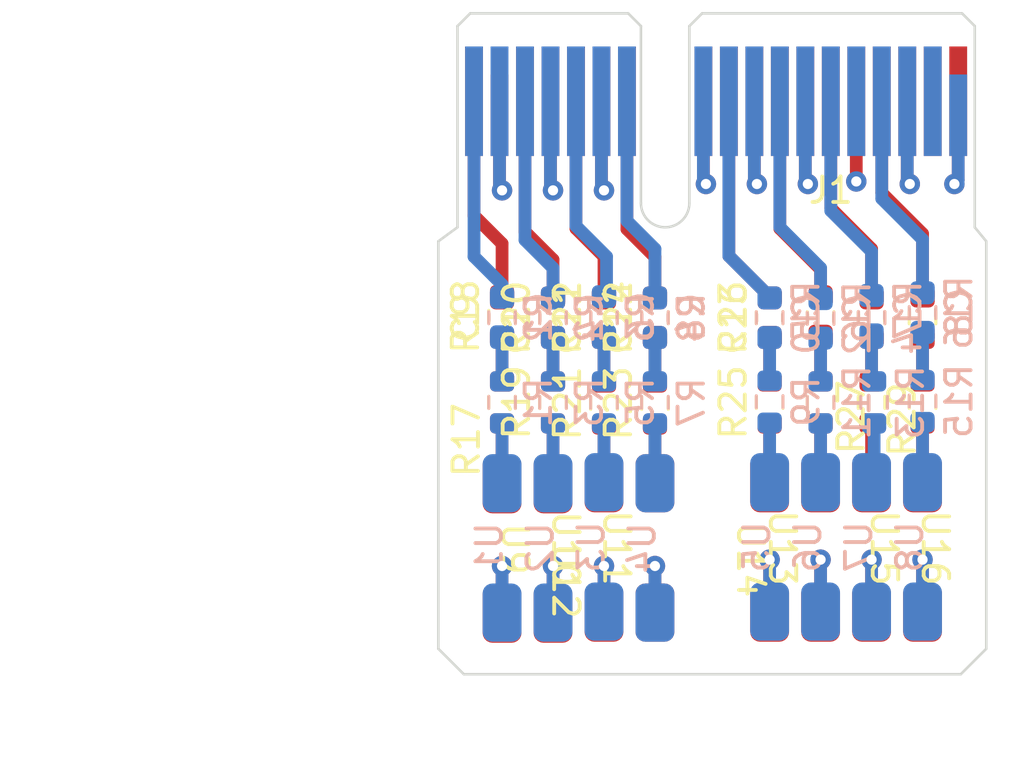
<source format=kicad_pcb>
(kicad_pcb (version 20220914) (generator pcbnew)
  (layers (0 "F.Cu" signal) (1 "In1.Cu" signal) (2 "In2.Cu" signal) (31 "B.Cu" signal) (34 "B.Paste" user) (35 "F.Paste" user) (36 "B.SilkS" user "B.Silkscreen") (37 "F.SilkS" user "F.Silkscreen") (38 "B.Mask" user) (39 "F.Mask" user) (44 "Edge.Cuts" user))
  (net 0 "")
  (net 1 "Net-(R2-Pad1)")
  (net 2 "/input0/OUT")
  (net 3 "Net-(C2-Pad1)")
  (net 4 "/input1/OUT")
  (net 5 "Net-(C3-Pad1)")
  (net 6 "/input2/OUT")
  (net 7 "Net-(C4-Pad1)")
  (net 8 "/input3/OUT")
  (net 9 "Net-(C5-Pad1)")
  (net 10 "/input4/OUT")
  (net 11 "Net-(C6-Pad1)")
  (net 12 "/input5/OUT")
  (net 13 "Net-(C7-Pad1)")
  (net 14 "/input6/OUT")
  (net 15 "Net-(C8-Pad1)")
  (net 16 "/input7/OUT")
  (net 17 "Net-(C9-Pad1)")
  (net 18 "/input8/OUT")
  (net 19 "Net-(C10-Pad1)")
  (net 20 "/input9/OUT")
  (net 21 "Net-(C11-Pad1)")
  (net 22 "/input10/OUT")
  (net 23 "Net-(C12-Pad1)")
  (net 24 "/input11/OUT")
  (net 25 "Net-(C13-Pad1)")
  (net 26 "/input12/OUT")
  (net 27 "Net-(C14-Pad1)")
  (net 28 "/input13/OUT")
  (net 29 "Net-(C15-Pad1)")
  (net 30 "/input14/OUT")
  (net 31 "Net-(C16-Pad1)")
  (net 32 "/input15/OUT")
  (net 33 "GND")
  (net 36 "Net-(R1-Pad1)")
  (net 37 "Net-(U2-center)")
  (net 38 "Net-(U3-center)")
  (net 39 "Net-(U4-center)")
  (net 40 "Net-(U5-center)")
  (net 41 "Net-(U6-center)")
  (net 42 "Net-(U7-center)")
  (net 43 "Net-(U8-center)")
  (net 44 "Net-(U9-center)")
  (net 45 "Net-(U10-center)")
  (net 46 "Net-(U11-center)")
  (net 47 "Net-(U12-center)")
  (net 48 "Net-(U13-center)")
  (net 49 "Net-(U14-center)")
  (net 50 "Net-(U15-center)")
  (net 51 "Net-(U16-center)")
  (footprint "Resistor_SMD:R_0603_1608Metric" (layer "F.Cu") (at 117 75.5 90)
    (fp_text reference "R30" hide)
    (fp_text value "91k")
    (pad "1" smd roundrect (at -0.825 0 90) (size 0.8 0.95) (layers "F.Cu" "F.Paste" "F.Mask") (net 29 "Net-(C15-Pad1)"))
    (pad "2" smd roundrect (at 0.825 0 90) (size 0.8 0.95) (layers "F.Cu" "F.Paste" "F.Mask") (net 30 "/input14/OUT"))
  )
  (footprint "Resistor_SMD:R_0603_1608Metric" (layer "F.Cu") (at 119 78.825 90)
    (fp_text reference "R31" hide)
    (fp_text value "120")
    (pad "1" smd roundrect (at -0.825 0 90) (size 0.8 0.95) (layers "F.Cu" "F.Paste" "F.Mask") (net 51 "Net-(U16-center)"))
    (pad "2" smd roundrect (at 0.825 0 90) (size 0.8 0.95) (layers "F.Cu" "F.Paste" "F.Mask") (net 31 "Net-(C16-Pad1)"))
  )
  (footprint "Resistor_SMD:R_0603_1608Metric" (layer "F.Cu") (at 106.5 78.865 90)
    (fp_text reference "R21" (at 0 -1.43 90) (layer "F.SilkS"))
    (fp_text value "120")
    (pad "1" smd roundrect (at -0.825 0 90) (size 0.8 0.95) (layers "F.Cu" "F.Paste" "F.Mask") (net 46 "Net-(U11-center)"))
    (pad "2" smd roundrect (at 0.825 0 90) (size 0.8 0.95) (layers "F.Cu" "F.Paste" "F.Mask") (net 21 "Net-(C11-Pad1)"))
  )
  (footprint "Resistor_SMD:R_0603_1608Metric" (layer "F.Cu") (at 104.5 75.5 90)
    (fp_text reference "R20" (at 0 -1.43 90) (layer "F.SilkS"))
    (fp_text value "91k")
    (pad "1" smd roundrect (at -0.825 0 90) (size 0.8 0.95) (layers "F.Cu" "F.Paste" "F.Mask") (net 19 "Net-(C10-Pad1)"))
    (pad "2" smd roundrect (at 0.825 0 90) (size 0.8 0.95) (layers "F.Cu" "F.Paste" "F.Mask") (net 20 "/input9/OUT"))
  )
  (footprint "Capacitor_SMD:C_0603_1608Metric" (layer "F.Cu") (at 117 75.5 90)
    (fp_text reference "C15" hide)
    (fp_text value "8p2")
    (pad "1" smd roundrect (at -0.775 0 90) (size 0.9 0.95) (layers "F.Cu" "F.Paste" "F.Mask") (net 29 "Net-(C15-Pad1)"))
    (pad "2" smd roundrect (at 0.775 0 90) (size 0.9 0.95) (layers "F.Cu" "F.Paste" "F.Mask") (net 30 "/input14/OUT"))
  )
  (footprint "Resistor_SMD:R_0603_1608Metric" (layer "F.Cu") (at 104.5 78.825 90)
    (fp_text reference "R19" (at 0 -1.43 90) (layer "F.SilkS"))
    (fp_text value "120")
    (pad "1" smd roundrect (at -0.825 0 90) (size 0.8 0.95) (layers "F.Cu" "F.Paste" "F.Mask") (net 45 "Net-(U10-center)"))
    (pad "2" smd roundrect (at 0.825 0 90) (size 0.8 0.95) (layers "F.Cu" "F.Paste" "F.Mask") (net 19 "Net-(C10-Pad1)"))
  )
  (footprint "Resistor_SMD:R_0603_1608Metric" (layer "F.Cu") (at 102.5 78.825 90)
    (fp_text reference "R17" (at -1.475 -1.4 90) (layer "F.SilkS"))
    (fp_text value "120")
    (pad "1" smd roundrect (at -0.825 0 90) (size 0.8 0.95) (layers "F.Cu" "F.Paste" "F.Mask") (net 44 "Net-(U9-center)"))
    (pad "2" smd roundrect (at 0.825 0 90) (size 0.8 0.95) (layers "F.Cu" "F.Paste" "F.Mask") (net 17 "Net-(C9-Pad1)"))
  )
  (footprint "Resistor_SMD:R_0603_1608Metric" (layer "F.Cu") (at 108.5 78.865 90)
    (fp_text reference "R23" (at 0 -1.43 90) (layer "F.SilkS"))
    (fp_text value "120")
    (pad "1" smd roundrect (at -0.825 0 90) (size 0.8 0.95) (layers "F.Cu" "F.Paste" "F.Mask") (net 47 "Net-(U12-center)"))
    (pad "2" smd roundrect (at 0.825 0 90) (size 0.8 0.95) (layers "F.Cu" "F.Paste" "F.Mask") (net 23 "Net-(C12-Pad1)"))
  )
  (footprint "Resistor_SMD:R_0603_1608Metric" (layer "F.Cu") (at 108.5 75.5 90)
    (fp_text reference "R24" (at 0 -1.43 90) (layer "F.SilkS"))
    (fp_text value "91k")
    (pad "1" smd roundrect (at -0.825 0 90) (size 0.8 0.95) (layers "F.Cu" "F.Paste" "F.Mask") (net 23 "Net-(C12-Pad1)"))
    (pad "2" smd roundrect (at 0.825 0 90) (size 0.8 0.95) (layers "F.Cu" "F.Paste" "F.Mask") (net 24 "/input11/OUT"))
  )
  (footprint "Resistor_SMD:R_0603_1608Metric" (layer "F.Cu") (at 119 75.5 90)
    (fp_text reference "R32" hide)
    (fp_text value "91k")
    (pad "1" smd roundrect (at -0.825 0 90) (size 0.8 0.95) (layers "F.Cu" "F.Paste" "F.Mask") (net 31 "Net-(C16-Pad1)"))
    (pad "2" smd roundrect (at 0.825 0 90) (size 0.8 0.95) (layers "F.Cu" "F.Paste" "F.Mask") (net 32 "/input15/OUT"))
  )
  (footprint "Resistor_SMD:R_0603_1608Metric" (layer "F.Cu") (at 117 78.825 90)
    (fp_text reference "R29" (at -0.675 1.2 90) (layer "F.SilkS"))
    (fp_text value "120")
    (pad "1" smd roundrect (at -0.825 0 90) (size 0.8 0.95) (layers "F.Cu" "F.Paste" "F.Mask") (net 50 "Net-(U15-center)"))
    (pad "2" smd roundrect (at 0.825 0 90) (size 0.8 0.95) (layers "F.Cu" "F.Paste" "F.Mask") (net 29 "Net-(C15-Pad1)"))
  )
  (footprint "solder_coax:solder_coax" (layer "F.Cu") (at 117 84.54 -90)
    (fp_text reference "U15" (at 0 -0.5 -90 unlocked) (layer "F.SilkS"))
    (fp_text value "~")
    (pad "1" smd roundrect (at -2.54 0 270) (size 2.286 1.524) (layers "F.Cu" "F.Paste" "F.Mask") (net 50 "Net-(U15-center)"))
    (pad "2" smd roundrect (at 2.54 0 270) (size 2.286 1.524) (layers "F.Cu" "F.Paste" "F.Mask") (net 33 "GND"))
  )
  (footprint "Capacitor_SMD:C_0603_1608Metric" (layer "F.Cu") (at 102.5 75.5 90)
    (fp_text reference "C9" (at 0 -1.43 90) (layer "F.SilkS"))
    (fp_text value "8p2")
    (pad "1" smd roundrect (at -0.775 0 90) (size 0.9 0.95) (layers "F.Cu" "F.Paste" "F.Mask") (net 17 "Net-(C9-Pad1)"))
    (pad "2" smd roundrect (at 0.775 0 90) (size 0.9 0.95) (layers "F.Cu" "F.Paste" "F.Mask") (net 18 "/input8/OUT"))
  )
  (footprint "Capacitor_SMD:C_0603_1608Metric" (layer "F.Cu") (at 104.5 75.5 90)
    (fp_text reference "C10" (at 0 -1.43 90) (layer "F.SilkS"))
    (fp_text value "8p2")
    (pad "1" smd roundrect (at -0.775 0 90) (size 0.9 0.95) (layers "F.Cu" "F.Paste" "F.Mask") (net 19 "Net-(C10-Pad1)"))
    (pad "2" smd roundrect (at 0.775 0 90) (size 0.9 0.95) (layers "F.Cu" "F.Paste" "F.Mask") (net 20 "/input9/OUT"))
  )
  (footprint "Resistor_SMD:R_0603_1608Metric" (layer "F.Cu") (at 113 78.825 90)
    (fp_text reference "R25" (at 0 -1.43 90) (layer "F.SilkS"))
    (fp_text value "120")
    (pad "1" smd roundrect (at -0.825 0 90) (size 0.8 0.95) (layers "F.Cu" "F.Paste" "F.Mask") (net 48 "Net-(U13-center)"))
    (pad "2" smd roundrect (at 0.825 0 90) (size 0.8 0.95) (layers "F.Cu" "F.Paste" "F.Mask") (net 25 "Net-(C13-Pad1)"))
  )
  (footprint "Capacitor_SMD:C_0603_1608Metric" (layer "F.Cu") (at 115 75.45 90)
    (fp_text reference "C14" hide)
    (fp_text value "8p2")
    (pad "1" smd roundrect (at -0.775 0 90) (size 0.9 0.95) (layers "F.Cu" "F.Paste" "F.Mask") (net 27 "Net-(C14-Pad1)"))
    (pad "2" smd roundrect (at 0.775 0 90) (size 0.9 0.95) (layers "F.Cu" "F.Paste" "F.Mask") (net 28 "/input13/OUT"))
  )
  (footprint "Resistor_SMD:R_0603_1608Metric" (layer "F.Cu") (at 113 75.5 90)
    (fp_text reference "R26" (at 0 -1.43 90) (layer "F.SilkS"))
    (fp_text value "91k")
    (pad "1" smd roundrect (at -0.825 0 90) (size 0.8 0.95) (layers "F.Cu" "F.Paste" "F.Mask") (net 25 "Net-(C13-Pad1)"))
    (pad "2" smd roundrect (at 0.825 0 90) (size 0.8 0.95) (layers "F.Cu" "F.Paste" "F.Mask") (net 26 "/input12/OUT"))
  )
  (footprint "solder_coax:solder_coax" (layer "F.Cu") (at 119 84.54 -90)
    (fp_text reference "U16" (at 0 -0.5 -90 unlocked) (layer "F.SilkS"))
    (fp_text value "~")
    (pad "1" smd roundrect (at -2.54 0 270) (size 2.286 1.524) (layers "F.Cu" "F.Paste" "F.Mask") (net 51 "Net-(U16-center)"))
    (pad "2" smd roundrect (at 2.54 0 270) (size 2.286 1.524) (layers "F.Cu" "F.Paste" "F.Mask") (net 33 "GND"))
  )
  (footprint "solder_coax:solder_coax" (layer "F.Cu") (at 113 84.54 -90)
    (fp_text reference "U13" (at 0 -0.5 -90 unlocked) (layer "F.SilkS"))
    (fp_text value "~")
    (pad "1" smd roundrect (at -2.54 0 270) (size 2.286 1.524) (layers "F.Cu" "F.Paste" "F.Mask") (net 48 "Net-(U13-center)"))
    (pad "2" smd roundrect (at 2.54 0 270) (size 2.286 1.524) (layers "F.Cu" "F.Paste" "F.Mask") (net 33 "GND"))
  )
  (footprint "solder_coax:solder_coax" (layer "F.Cu") (at 106.5 84.54 -90)
    (fp_text reference "U11" (at 0 -0.5 -90 unlocked) (layer "F.SilkS"))
    (fp_text value "~")
    (pad "1" smd roundrect (at -2.54 0 270) (size 2.286 1.524) (layers "F.Cu" "F.Paste" "F.Mask") (net 46 "Net-(U11-center)"))
    (pad "2" smd roundrect (at 2.54 0 270) (size 2.286 1.524) (layers "F.Cu" "F.Paste" "F.Mask") (net 33 "GND"))
  )
  (footprint "Capacitor_SMD:C_0603_1608Metric" (layer "F.Cu") (at 106.5 75.5 90)
    (fp_text reference "C11" (at 0 -1.43 90) (layer "F.SilkS"))
    (fp_text value "8p2")
    (pad "1" smd roundrect (at -0.775 0 90) (size 0.9 0.95) (layers "F.Cu" "F.Paste" "F.Mask") (net 21 "Net-(C11-Pad1)"))
    (pad "2" smd roundrect (at 0.775 0 90) (size 0.9 0.95) (layers "F.Cu" "F.Paste" "F.Mask") (net 22 "/input10/OUT"))
  )
  (footprint "solder_coax:solder_coax" (layer "F.Cu") (at 102.5 84.58 -90)
    (fp_text reference "U9" (at 0 -0.5 -90 unlocked) (layer "F.SilkS"))
    (fp_text value "~")
    (pad "1" smd roundrect (at -2.54 0 270) (size 2.286 1.524) (layers "F.Cu" "F.Paste" "F.Mask") (net 44 "Net-(U9-center)"))
    (pad "2" smd roundrect (at 2.54 0 270) (size 2.286 1.524) (layers "F.Cu" "F.Paste" "F.Mask") (net 33 "GND"))
  )
  (footprint "Capacitor_SMD:C_0603_1608Metric" (layer "F.Cu") (at 108.5 75.5 90)
    (fp_text reference "C12" (at 0 -1.43 90) (layer "F.SilkS"))
    (fp_text value "8p2")
    (pad "1" smd roundrect (at -0.775 0 90) (size 0.9 0.95) (layers "F.Cu" "F.Paste" "F.Mask") (net 23 "Net-(C12-Pad1)"))
    (pad "2" smd roundrect (at 0.775 0 90) (size 0.9 0.95) (layers "F.Cu" "F.Paste" "F.Mask") (net 24 "/input11/OUT"))
  )
  (footprint "Resistor_SMD:R_0603_1608Metric" (layer "F.Cu") (at 115 78.825 90)
    (fp_text reference "R27" (at -0.575 1.2 90) (layer "F.SilkS"))
    (fp_text value "120")
    (pad "1" smd roundrect (at -0.825 0 90) (size 0.8 0.95) (layers "F.Cu" "F.Paste" "F.Mask") (net 49 "Net-(U14-center)"))
    (pad "2" smd roundrect (at 0.825 0 90) (size 0.8 0.95) (layers "F.Cu" "F.Paste" "F.Mask") (net 27 "Net-(C14-Pad1)"))
  )
  (footprint "Resistor_SMD:R_0603_1608Metric" (layer "F.Cu") (at 106.5 75.5 90)
    (fp_text reference "R22" (at 0 -1.43 90) (layer "F.SilkS"))
    (fp_text value "91k")
    (pad "1" smd roundrect (at -0.825 0 90) (size 0.8 0.95) (layers "F.Cu" "F.Paste" "F.Mask") (net 21 "Net-(C11-Pad1)"))
    (pad "2" smd roundrect (at 0.825 0 90) (size 0.8 0.95) (layers "F.Cu" "F.Paste" "F.Mask") (net 22 "/input10/OUT"))
  )
  (footprint "solder_coax:solder_coax" (layer "F.Cu") (at 104.5 84.58 -90)
    (fp_text reference "U10" (at 0 -0.5 -90 unlocked) (layer "F.SilkS"))
    (fp_text value "~")
    (pad "1" smd roundrect (at -2.54 0 270) (size 2.286 1.524) (layers "F.Cu" "F.Paste" "F.Mask") (net 45 "Net-(U10-center)"))
    (pad "2" smd roundrect (at 2.54 0 270) (size 2.286 1.524) (layers "F.Cu" "F.Paste" "F.Mask") (net 33 "GND"))
  )
  (footprint "Resistor_SMD:R_0603_1608Metric" (layer "F.Cu") (at 115 75.5 90)
    (fp_text reference "R28" hide)
    (fp_text value "91k")
    (pad "1" smd roundrect (at -0.825 0 90) (size 0.8 0.95) (layers "F.Cu" "F.Paste" "F.Mask") (net 27 "Net-(C14-Pad1)"))
    (pad "2" smd roundrect (at 0.825 0 90) (size 0.8 0.95) (layers "F.Cu" "F.Paste" "F.Mask") (net 28 "/input13/OUT"))
  )
  (footprint "Capacitor_SMD:C_0603_1608Metric" (layer "F.Cu") (at 119 75.425 90)
    (fp_text reference "C16" hide)
    (fp_text value "8p2")
    (pad "1" smd roundrect (at -0.775 0 90) (size 0.9 0.95) (layers "F.Cu" "F.Paste" "F.Mask") (net 31 "Net-(C16-Pad1)"))
    (pad "2" smd roundrect (at 0.775 0 90) (size 0.9 0.95) (layers "F.Cu" "F.Paste" "F.Mask") (net 32 "/input15/OUT"))
  )
  (footprint "Connector_PCBEdge:BUS_PCIexpress_x1" (layer "F.Cu") (at 120.4 67 180)
    (fp_text reference "J1" (at 5 -3.5) (layer "F.SilkS"))
    (fp_text value "Bus_PCI_Express_x1")
    (fp_line (start -0.65 -4.95) (end -0.65 2.95) (stroke (width 0.1)) (layer "Edge.Cuts"))
    (fp_line (start -0.65 2.95) (end -0.15 3.45) (stroke (width 0.1)) (layer "Edge.Cuts"))
    (fp_line (start -0.15 3.45) (end 10.05 3.45) (stroke (width 0.1)) (layer "Edge.Cuts"))
    (fp_line (start 10.55 -4) (end 10.55 2.95) (stroke (width 0.1)) (layer "Edge.Cuts"))
    (fp_line (start 10.55 2.95) (end 10.05 3.45) (stroke (width 0.1)) (layer "Edge.Cuts"))
    (fp_line (start 12.45 -4) (end 12.45 2.95) (stroke (width 0.1)) (layer "Edge.Cuts"))
    (fp_line (start 12.45 2.95) (end 12.95 3.45) (stroke (width 0.1)) (layer "Edge.Cuts"))
    (fp_line (start 12.95 3.45) (end 19.15 3.45) (stroke (width 0.1)) (layer "Edge.Cuts"))
    (fp_line (start 19.65 -4.95) (end 19.65 2.95) (stroke (width 0.1)) (layer "Edge.Cuts"))
    (fp_line (start 19.65 2.95) (end 19.15 3.45) (stroke (width 0.1)) (layer "Edge.Cuts"))
    (fp_arc (start 10.55 -4) (mid 11.5 -4.95) (end 12.45 -4) (stroke (width 0.1)) (layer "Edge.Cuts"))
    (pad "A1" connect rect (at 0 -0.55 180) (size 0.7 3.2) (layers "B.Cu" "B.Mask") (net 33 "GND"))
    (pad "A2" connect rect (at 1 0 180) (size 0.7 4.3) (layers "B.Cu" "B.Mask"))
    (pad "A3" connect rect (at 2 0 180) (size 0.7 4.3) (layers "B.Cu" "B.Mask") (net 33 "GND"))
    (pad "A4" connect rect (at 3 0 180) (size 0.7 4.3) (layers "B.Cu" "B.Mask") (net 16 "/input7/OUT"))
    (pad "A5" connect rect (at 4 0 180) (size 0.7 4.3) (layers "B.Cu" "B.Mask") (net 33 "GND"))
    (pad "A6" connect rect (at 5 0 180) (size 0.7 4.3) (layers "B.Cu" "B.Mask") (net 14 "/input6/OUT"))
    (pad "A7" connect rect (at 6 0 180) (size 0.7 4.3) (layers "B.Cu" "B.Mask") (net 33 "GND"))
    (pad "A8" connect rect (at 7 0 180) (size 0.7 4.3) (layers "B.Cu" "B.Mask") (net 12 "/input5/OUT"))
    (pad "A9" connect rect (at 8 0 180) (size 0.7 4.3) (layers "B.Cu" "B.Mask") (net 33 "GND"))
    (pad "A10" connect rect (at 9 0 180) (size 0.7 4.3) (layers "B.Cu" "B.Mask") (net 10 "/input4/OUT"))
    (pad "A11" connect rect (at 10 0 180) (size 0.7 4.3) (layers "B.Cu" "B.Mask") (net 33 "GND"))
    (pad "A12" connect rect (at 13 0 180) (size 0.7 4.3) (layers "B.Cu" "B.Mask") (net 8 "/input3/OUT"))
    (pad "A13" connect rect (at 14 0 180) (size 0.7 4.3) (layers "B.Cu" "B.Mask") (net 33 "GND"))
    (pad "A14" connect rect (at 15 0 180) (size 0.7 4.3) (layers "B.Cu" "B.Mask") (net 6 "/input2/OUT"))
    (pad "A15" connect rect (at 16 0 180) (size 0.7 4.3) (layers "B.Cu" "B.Mask") (net 33 "GND"))
    (pad "A16" connect rect (at 17 0 180) (size 0.7 4.3) (layers "B.Cu" "B.Mask") (net 4 "/input1/OUT"))
    (pad "A17" connect rect (at 18 0 180) (size 0.7 4.3) (layers "B.Cu" "B.Mask") (net 33 "GND"))
    (pad "A18" connect rect (at 19 0 180) (size 0.7 4.3) (layers "B.Cu" "B.Mask") (net 2 "/input0/OUT"))
    (pad "B1" connect rect (at 0 0 180) (size 0.7 4.3) (layers "F.Cu" "F.Mask") (net 33 "GND"))
    (pad "B2" connect rect (at 1 0 180) (size 0.7 4.3) (layers "F.Cu" "F.Mask"))
    (pad "B3" connect rect (at 2 0 180) (size 0.7 4.3) (layers "F.Cu" "F.Mask") (net 33 "GND"))
    (pad "B4" connect rect (at 3 0 180) (size 0.7 4.3) (layers "F.Cu" "F.Mask") (net 32 "/input15/OUT"))
    (pad "B5" connect rect (at 4 0 180) (size 0.7 4.3) (layers "F.Cu" "F.Mask") (net 33 "GND"))
    (pad "B6" connect rect (at 5 0 180) (size 0.7 4.3) (layers "F.Cu" "F.Mask") (net 30 "/input14/OUT"))
    (pad "B7" connect rect (at 6 0 180) (size 0.7 4.3) (layers "F.Cu" "F.Mask") (net 33 "GND"))
    (pad "B8" connect rect (at 7 0 180) (size 0.7 4.3) (layers "F.Cu" "F.Mask") (net 28 "/input13/OUT"))
    (pad "B9" connect rect (at 8 0 180) (size 0.7 4.3) (layers "F.Cu" "F.Mask") (net 33 "GND"))
    (pad "B10" connect rect (at 9 0 180) (size 0.7 4.3) (layers "F.Cu" "F.Mask") (net 26 "/input12/OUT"))
    (pad "B11" connect rect (at 10 0 180) (size 0.7 4.3) (layers "F.Cu" "F.Mask") (net 33 "GND"))
    (pad "B12" connect rect (at 13 0 180) (size 0.7 4.3) (layers "F.Cu" "F.Mask") (net 24 "/input11/OUT"))
    (pad "B13" connect rect (at 14 0 180) (size 0.7 4.3) (layers "F.Cu" "F.Mask") (net 33 "GND"))
    (pad "B14" connect rect (at 15 0 180) (size 0.7 4.3) (layers "F.Cu" "F.Mask") (net 22 "/input10/OUT"))
    (pad "B15" connect rect (at 16 0 180) (size 0.7 4.3) (layers "F.Cu" "F.Mask") (net 33 "GND"))
    (pad "B16" connect rect (at 17 0 180) (size 0.7 4.3) (layers "F.Cu" "F.Mask") (net 20 "/input9/OUT"))
    (pad "B17" connect rect (at 18 -0.55 180) (size 0.7 3.2) (layers "F.Cu" "F.Mask") (net 33 "GND"))
    (pad "B18" connect rect (at 19 0 180) (size 0.7 4.3) (layers "F.Cu" "F.Mask") (net 18 "/input8/OUT"))
  )
  (footprint "Capacitor_SMD:C_0603_1608Metric" (layer "F.Cu") (at 113 75.5 90)
    (fp_text reference "C13" (at 0 -1.43 90) (layer "F.SilkS"))
    (fp_text value "8p2")
    (pad "1" smd roundrect (at -0.775 0 90) (size 0.9 0.95) (layers "F.Cu" "F.Paste" "F.Mask") (net 25 "Net-(C13-Pad1)"))
    (pad "2" smd roundrect (at 0.775 0 90) (size 0.9 0.95) (layers "F.Cu" "F.Paste" "F.Mask") (net 26 "/input12/OUT"))
  )
  (footprint "solder_coax:solder_coax" (layer "F.Cu") (at 108.5 84.54 -90)
    (fp_text reference "U12" (at 1.29 3.5 -90 unlocked) (layer "F.SilkS"))
    (fp_text value "~")
    (pad "1" smd roundrect (at -2.54 0 270) (size 2.286 1.524) (layers "F.Cu" "F.Paste" "F.Mask") (net 47 "Net-(U12-center)"))
    (pad "2" smd roundrect (at 2.54 0 270) (size 2.286 1.524) (layers "F.Cu" "F.Paste" "F.Mask") (net 33 "GND"))
  )
  (footprint "solder_coax:solder_coax" (layer "F.Cu") (at 115 84.54 -90)
    (fp_text reference "U14" (at 0.46 2.75 -90 unlocked) (layer "F.SilkS"))
    (fp_text value "~")
    (pad "1" smd roundrect (at -2.54 0 270) (size 2.286 1.524) (layers "F.Cu" "F.Paste" "F.Mask") (net 49 "Net-(U14-center)"))
    (pad "2" smd roundrect (at 2.54 0 270) (size 2.286 1.524) (layers "F.Cu" "F.Paste" "F.Mask") (net 33 "GND"))
  )
  (footprint "Resistor_SMD:R_0603_1608Metric" (layer "F.Cu") (at 102.5 75.45 90)
    (fp_text reference "R18" (at 0 -1.43 90) (layer "F.SilkS"))
    (fp_text value "91k")
    (pad "1" smd roundrect (at -0.825 0 90) (size 0.8 0.95) (layers "F.Cu" "F.Paste" "F.Mask") (net 17 "Net-(C9-Pad1)"))
    (pad "2" smd roundrect (at 0.825 0 90) (size 0.8 0.95) (layers "F.Cu" "F.Paste" "F.Mask") (net 18 "/input8/OUT"))
  )
  (footprint "Resistor_SMD:R_0603_1608Metric" (layer "B.Cu") (at 119 75.3 90)
    (fp_text reference "R16" (at 0 1.43 90) (layer "B.SilkS") (effects (justify mirror)))
    (fp_text value "91k")
    (pad "1" smd roundrect (at -0.825 0 90) (size 0.8 0.95) (layers "B.Cu" "B.Paste" "B.Mask") (net 15 "Net-(C8-Pad1)"))
    (pad "2" smd roundrect (at 0.825 0 90) (size 0.8 0.95) (layers "B.Cu" "B.Paste" "B.Mask") (net 16 "/input7/OUT"))
  )
  (footprint "Resistor_SMD:R_0603_1608Metric" (layer "B.Cu") (at 113 75.5 90)
    (fp_text reference "R10" (at 0 1.43 90) (layer "B.SilkS") (effects (justify mirror)))
    (fp_text value "91k")
    (pad "1" smd roundrect (at -0.825 0 90) (size 0.8 0.95) (layers "B.Cu" "B.Paste" "B.Mask") (net 9 "Net-(C5-Pad1)"))
    (pad "2" smd roundrect (at 0.825 0 90) (size 0.8 0.95) (layers "B.Cu" "B.Paste" "B.Mask") (net 10 "/input4/OUT"))
  )
  (footprint "Capacitor_SMD:C_0603_1608Metric" (layer "B.Cu") (at 104.5 75.5 90)
    (fp_text reference "C2" (at 0 1.43 90) (layer "B.SilkS") (effects (justify mirror)))
    (fp_text value "8p2")
    (pad "1" smd roundrect (at -0.775 0 90) (size 0.9 0.95) (layers "B.Cu" "B.Paste" "B.Mask") (net 3 "Net-(C2-Pad1)"))
    (pad "2" smd roundrect (at 0.775 0 90) (size 0.9 0.95) (layers "B.Cu" "B.Paste" "B.Mask") (net 4 "/input1/OUT"))
  )
  (footprint "Capacitor_SMD:C_0603_1608Metric" (layer "B.Cu") (at 119 75.3 90)
    (fp_text reference "C8" (at 0 1.43 90) (layer "B.SilkS") (effects (justify mirror)))
    (fp_text value "8p2")
    (pad "1" smd roundrect (at -0.775 0 90) (size 0.9 0.95) (layers "B.Cu" "B.Paste" "B.Mask") (net 15 "Net-(C8-Pad1)"))
    (pad "2" smd roundrect (at 0.775 0 90) (size 0.9 0.95) (layers "B.Cu" "B.Paste" "B.Mask") (net 16 "/input7/OUT"))
  )
  (footprint "Resistor_SMD:R_0603_1608Metric" (layer "B.Cu") (at 108.5 78.825 90)
    (fp_text reference "R7" (at 0 1.43 90) (layer "B.SilkS") (effects (justify mirror)))
    (fp_text value "120")
    (pad "1" smd roundrect (at -0.825 0 90) (size 0.8 0.95) (layers "B.Cu" "B.Paste" "B.Mask") (net 39 "Net-(U4-center)"))
    (pad "2" smd roundrect (at 0.825 0 90) (size 0.8 0.95) (layers "B.Cu" "B.Paste" "B.Mask") (net 7 "Net-(C4-Pad1)"))
  )
  (footprint "Capacitor_SMD:C_0603_1608Metric" (layer "B.Cu") (at 113 75.5 90)
    (fp_text reference "C5" (at 0 1.43 90) (layer "B.SilkS") (effects (justify mirror)))
    (fp_text value "8p2")
    (pad "1" smd roundrect (at -0.775 0 90) (size 0.9 0.95) (layers "B.Cu" "B.Paste" "B.Mask") (net 9 "Net-(C5-Pad1)"))
    (pad "2" smd roundrect (at 0.775 0 90) (size 0.9 0.95) (layers "B.Cu" "B.Paste" "B.Mask") (net 10 "/input4/OUT"))
  )
  (footprint "Resistor_SMD:R_0603_1608Metric" (layer "B.Cu") (at 119 78.775 90)
    (fp_text reference "R15" (at 0 1.43 90) (layer "B.SilkS") (effects (justify mirror)))
    (fp_text value "120")
    (pad "1" smd roundrect (at -0.825 0 90) (size 0.8 0.95) (layers "B.Cu" "B.Paste" "B.Mask") (net 43 "Net-(U8-center)"))
    (pad "2" smd roundrect (at 0.825 0 90) (size 0.8 0.95) (layers "B.Cu" "B.Paste" "B.Mask") (net 15 "Net-(C8-Pad1)"))
  )
  (footprint "Capacitor_SMD:C_0603_1608Metric" (layer "B.Cu") (at 106.5 75.45 90)
    (fp_text reference "C3" (at 0 1.43 90) (layer "B.SilkS") (effects (justify mirror)))
    (fp_text value "8p2")
    (pad "1" smd roundrect (at -0.775 0 90) (size 0.9 0.95) (layers "B.Cu" "B.Paste" "B.Mask") (net 5 "Net-(C3-Pad1)"))
    (pad "2" smd roundrect (at 0.775 0 90) (size 0.9 0.95) (layers "B.Cu" "B.Paste" "B.Mask") (net 6 "/input2/OUT"))
  )
  (footprint "Resistor_SMD:R_0603_1608Metric" (layer "B.Cu") (at 117.1 78.825 90)
    (fp_text reference "R13" (at 0 1.43 90) (layer "B.SilkS") (effects (justify mirror)))
    (fp_text value "120")
    (pad "1" smd roundrect (at -0.825 0 90) (size 0.8 0.95) (layers "B.Cu" "B.Paste" "B.Mask") (net 42 "Net-(U7-center)"))
    (pad "2" smd roundrect (at 0.825 0 90) (size 0.8 0.95) (layers "B.Cu" "B.Paste" "B.Mask") (net 13 "Net-(C7-Pad1)"))
  )
  (footprint "solder_coax:solder_coax" (layer "B.Cu") (at 113 84.5 -90)
    (fp_text reference "U5" (at 0 0.5 90 unlocked) (layer "B.SilkS") (effects (justify mirror)))
    (fp_text value "~")
    (pad "1" smd roundrect (at -2.54 0 270) (size 2.286 1.524) (layers "B.Cu" "B.Paste" "B.Mask") (net 40 "Net-(U5-center)"))
    (pad "2" smd roundrect (at 2.54 0 270) (size 2.286 1.524) (layers "B.Cu" "B.Paste" "B.Mask") (net 33 "GND"))
  )
  (footprint "Capacitor_SMD:C_0603_1608Metric" (layer "B.Cu") (at 115 75.525 90)
    (fp_text reference "C6" (at 0 1.43 90) (layer "B.SilkS") (effects (justify mirror)))
    (fp_text value "8p2")
    (pad "1" smd roundrect (at -0.775 0 90) (size 0.9 0.95) (layers "B.Cu" "B.Paste" "B.Mask") (net 11 "Net-(C6-Pad1)"))
    (pad "2" smd roundrect (at 0.775 0 90) (size 0.9 0.95) (layers "B.Cu" "B.Paste" "B.Mask") (net 12 "/input5/OUT"))
  )
  (footprint "solder_coax:solder_coax" (layer "B.Cu") (at 104.5 84.54 -90)
    (fp_text reference "U2" (at 0 0.5 90 unlocked) (layer "B.SilkS") (effects (justify mirror)))
    (fp_text value "~")
    (pad "1" smd roundrect (at -2.54 0 270) (size 2.286 1.524) (layers "B.Cu" "B.Paste" "B.Mask") (net 37 "Net-(U2-center)"))
    (pad "2" smd roundrect (at 2.54 0 270) (size 2.286 1.524) (layers "B.Cu" "B.Paste" "B.Mask") (net 33 "GND"))
  )
  (footprint "solder_coax:solder_coax" (layer "B.Cu") (at 117 84.5 -90)
    (fp_text reference "U7" (at 0 0.5 90 unlocked) (layer "B.SilkS") (effects (justify mirror)))
    (fp_text value "~")
    (pad "1" smd roundrect (at -2.54 0 270) (size 2.286 1.524) (layers "B.Cu" "B.Paste" "B.Mask") (net 42 "Net-(U7-center)"))
    (pad "2" smd roundrect (at 2.54 0 270) (size 2.286 1.524) (layers "B.Cu" "B.Paste" "B.Mask") (net 33 "GND"))
  )
  (footprint "Resistor_SMD:R_0603_1608Metric" (layer "B.Cu") (at 108.5 75.5 90)
    (fp_text reference "R8" (at 0 1.43 90) (layer "B.SilkS") (effects (justify mirror)))
    (fp_text value "91k")
    (pad "1" smd roundrect (at -0.825 0 90) (size 0.8 0.95) (layers "B.Cu" "B.Paste" "B.Mask") (net 7 "Net-(C4-Pad1)"))
    (pad "2" smd roundrect (at 0.825 0 90) (size 0.8 0.95) (layers "B.Cu" "B.Paste" "B.Mask") (net 8 "/input3/OUT"))
  )
  (footprint "solder_coax:solder_coax" (layer "B.Cu") (at 102.5 84.54 -90)
    (fp_text reference "U1" (at 0 0.5 90 unlocked) (layer "B.SilkS") (effects (justify mirror)))
    (fp_text value "~")
    (pad "1" smd roundrect (at -2.54 0 270) (size 2.286 1.524) (layers "B.Cu" "B.Paste" "B.Mask") (net 36 "Net-(R1-Pad1)"))
    (pad "2" smd roundrect (at 2.54 0 270) (size 2.286 1.524) (layers "B.Cu" "B.Paste" "B.Mask") (net 33 "GND"))
  )
  (footprint "solder_coax:solder_coax" (layer "B.Cu") (at 108.5 84.54 -90)
    (fp_text reference "U4" (at 0 0.5 90 unlocked) (layer "B.SilkS") (effects (justify mirror)))
    (fp_text value "~")
    (pad "1" smd roundrect (at -2.54 0 270) (size 2.286 1.524) (layers "B.Cu" "B.Paste" "B.Mask") (net 39 "Net-(U4-center)"))
    (pad "2" smd roundrect (at 2.54 0 270) (size 2.286 1.524) (layers "B.Cu" "B.Paste" "B.Mask") (net 33 "GND"))
  )
  (footprint "Resistor_SMD:R_0603_1608Metric" (layer "B.Cu") (at 102.5 78.825 90)
    (fp_text reference "R1" (at 0 1.43 90) (layer "B.SilkS") (effects (justify mirror)))
    (fp_text value "120")
    (pad "1" smd roundrect (at -0.825 0 90) (size 0.8 0.95) (layers "B.Cu" "B.Paste" "B.Mask") (net 36 "Net-(R1-Pad1)"))
    (pad "2" smd roundrect (at 0.825 0 90) (size 0.8 0.95) (layers "B.Cu" "B.Paste" "B.Mask") (net 1 "Net-(R2-Pad1)"))
  )
  (footprint "Capacitor_SMD:C_0603_1608Metric" (layer "B.Cu") (at 108.5 75.5 90)
    (fp_text reference "C4" (at 0 1.43 90) (layer "B.SilkS") (effects (justify mirror)))
    (fp_text value "8p2")
    (pad "1" smd roundrect (at -0.775 0 90) (size 0.9 0.95) (layers "B.Cu" "B.Paste" "B.Mask") (net 7 "Net-(C4-Pad1)"))
    (pad "2" smd roundrect (at 0.775 0 90) (size 0.9 0.95) (layers "B.Cu" "B.Paste" "B.Mask") (net 8 "/input3/OUT"))
  )
  (footprint "Resistor_SMD:R_0603_1608Metric" (layer "B.Cu") (at 115 75.525 90)
    (fp_text reference "R12" (at 0 1.43 90) (layer "B.SilkS") (effects (justify mirror)))
    (fp_text value "91k")
    (pad "1" smd roundrect (at -0.825 0 90) (size 0.8 0.95) (layers "B.Cu" "B.Paste" "B.Mask") (net 11 "Net-(C6-Pad1)"))
    (pad "2" smd roundrect (at 0.825 0 90) (size 0.8 0.95) (layers "B.Cu" "B.Paste" "B.Mask") (net 12 "/input5/OUT"))
  )
  (footprint "Resistor_SMD:R_0603_1608Metric" (layer "B.Cu") (at 106.5 75.5 90)
    (fp_text reference "R6" (at 0 1.43 90) (layer "B.SilkS") (effects (justify mirror)))
    (fp_text value "91k")
    (pad "1" smd roundrect (at -0.825 0 90) (size 0.8 0.95) (layers "B.Cu" "B.Paste" "B.Mask") (net 5 "Net-(C3-Pad1)"))
    (pad "2" smd roundrect (at 0.825 0 90) (size 0.8 0.95) (layers "B.Cu" "B.Paste" "B.Mask") (net 6 "/input2/OUT"))
  )
  (footprint "Resistor_SMD:R_0603_1608Metric" (layer "B.Cu") (at 113 78.8 90)
    (fp_text reference "R9" (at 0 1.43 90) (layer "B.SilkS") (effects (justify mirror)))
    (fp_text value "120")
    (pad "1" smd roundrect (at -0.825 0 90) (size 0.8 0.95) (layers "B.Cu" "B.Paste" "B.Mask") (net 40 "Net-(U5-center)"))
    (pad "2" smd roundrect (at 0.825 0 90) (size 0.8 0.95) (layers "B.Cu" "B.Paste" "B.Mask") (net 9 "Net-(C5-Pad1)"))
  )
  (footprint "Resistor_SMD:R_0603_1608Metric" (layer "B.Cu") (at 102.5 75.5 90)
    (fp_text reference "R2" (at 0 1.43 90) (layer "B.SilkS") (effects (justify mirror)))
    (fp_text value "91k")
    (pad "1" smd roundrect (at -0.825 0 90) (size 0.8 0.95) (layers "B.Cu" "B.Paste" "B.Mask") (net 1 "Net-(R2-Pad1)"))
    (pad "2" smd roundrect (at 0.825 0 90) (size 0.8 0.95) (layers "B.Cu" "B.Paste" "B.Mask") (net 2 "/input0/OUT"))
  )
  (footprint "solder_coax:solder_coax" (layer "B.Cu") (at 119 84.5 -90)
    (fp_text reference "U8" (at 0 0.5 90 unlocked) (layer "B.SilkS") (effects (justify mirror)))
    (fp_text value "~")
    (pad "1" smd roundrect (at -2.54 0 270) (size 2.286 1.524) (layers "B.Cu" "B.Paste" "B.Mask") (net 43 "Net-(U8-center)"))
    (pad "2" smd roundrect (at 2.54 0 270) (size 2.286 1.524) (layers "B.Cu" "B.Paste" "B.Mask") (net 33 "GND"))
  )
  (footprint "Resistor_SMD:R_0603_1608Metric" (layer "B.Cu") (at 106.5 78.825 90)
    (fp_text reference "R5" (at 0 1.43 90) (layer "B.SilkS") (effects (justify mirror)))
    (fp_text value "120")
    (pad "1" smd roundrect (at -0.825 0 90) (size 0.8 0.95) (layers "B.Cu" "B.Paste" "B.Mask") (net 38 "Net-(U3-center)"))
    (pad "2" smd roundrect (at 0.825 0 90) (size 0.8 0.95) (layers "B.Cu" "B.Paste" "B.Mask") (net 5 "Net-(C3-Pad1)"))
  )
  (footprint "solder_coax:solder_coax" (layer "B.Cu") (at 106.5 84.5 -90)
    (fp_text reference "U3" (at 0 0.5 90 unlocked) (layer "B.SilkS") (effects (justify mirror)))
    (fp_text value "~")
    (pad "1" smd roundrect (at -2.54 0 270) (size 2.286 1.524) (layers "B.Cu" "B.Paste" "B.Mask") (net 38 "Net-(U3-center)"))
    (pad "2" smd roundrect (at 2.54 0 270) (size 2.286 1.524) (layers "B.Cu" "B.Paste" "B.Mask") (net 33 "GND"))
  )
  (footprint "Capacitor_SMD:C_0603_1608Metric" (layer "B.Cu") (at 117 75.4 90)
    (fp_text reference "C7" (at 0 1.43 90) (layer "B.SilkS") (effects (justify mirror)))
    (fp_text value "8p2")
    (pad "1" smd roundrect (at -0.775 0 90) (size 0.9 0.95) (layers "B.Cu" "B.Paste" "B.Mask") (net 13 "Net-(C7-Pad1)"))
    (pad "2" smd roundrect (at 0.775 0 90) (size 0.9 0.95) (layers "B.Cu" "B.Paste" "B.Mask") (net 14 "/input6/OUT"))
  )
  (footprint "Resistor_SMD:R_0603_1608Metric" (layer "B.Cu") (at 117 75.5 90)
    (fp_text reference "R14" (at 0 1.43 90) (layer "B.SilkS") (effects (justify mirror)))
    (fp_text value "91k")
    (pad "1" smd roundrect (at -0.825 0 90) (size 0.8 0.95) (layers "B.Cu" "B.Paste" "B.Mask") (net 13 "Net-(C7-Pad1)"))
    (pad "2" smd roundrect (at 0.825 0 90) (size 0.8 0.95) (layers "B.Cu" "B.Paste" "B.Mask") (net 14 "/input6/OUT"))
  )
  (footprint "Resistor_SMD:R_0603_1608Metric" (layer "B.Cu") (at 104.5 75.5 90)
    (fp_text reference "R4" (at 0 1.43 90) (layer "B.SilkS") (effects (justify mirror)))
    (fp_text value "91k")
    (pad "1" smd roundrect (at -0.825 0 90) (size 0.8 0.95) (layers "B.Cu" "B.Paste" "B.Mask") (net 3 "Net-(C2-Pad1)"))
    (pad "2" smd roundrect (at 0.825 0 90) (size 0.8 0.95) (layers "B.Cu" "B.Paste" "B.Mask") (net 4 "/input1/OUT"))
  )
  (footprint "Resistor_SMD:R_0603_1608Metric" (layer "B.Cu") (at 115 78.825 90)
    (fp_text reference "R11" (at 0 1.43 90) (layer "B.SilkS") (effects (justify mirror)))
    (fp_text value "120")
    (pad "1" smd roundrect (at -0.825 0 90) (size 0.8 0.95) (layers "B.Cu" "B.Paste" "B.Mask") (net 41 "Net-(U6-center)"))
    (pad "2" smd roundrect (at 0.825 0 90) (size 0.8 0.95) (layers "B.Cu" "B.Paste" "B.Mask") (net 11 "Net-(C6-Pad1)"))
  )
  (footprint "Resistor_SMD:R_0603_1608Metric" (layer "B.Cu") (at 104.5 78.825 90)
    (fp_text reference "R3" (at 0 1.43 90) (layer "B.SilkS") (effects (justify mirror)))
    (fp_text value "120")
    (pad "1" smd roundrect (at -0.825 0 90) (size 0.8 0.95) (layers "B.Cu" "B.Paste" "B.Mask") (net 37 "Net-(U2-center)"))
    (pad "2" smd roundrect (at 0.825 0 90) (size 0.8 0.95) (layers "B.Cu" "B.Paste" "B.Mask") (net 3 "Net-(C2-Pad1)"))
  )
  (footprint "solder_coax:solder_coax" (layer "B.Cu") (at 115 84.5 -90)
    (fp_text reference "U6" (at 0 0.5 90 unlocked) (layer "B.SilkS") (effects (justify mirror)))
    (fp_text value "~")
    (pad "1" smd roundrect (at -2.54 0 270) (size 2.286 1.524) (layers "B.Cu" "B.Paste" "B.Mask") (net 41 "Net-(U6-center)"))
    (pad "2" smd roundrect (at 2.54 0 270) (size 2.286 1.524) (layers "B.Cu" "B.Paste" "B.Mask") (net 33 "GND"))
  )
  (footprint "Capacitor_SMD:C_0603_1608Metric" (layer "B.Cu") (at 102.5 75.475 90)
    (fp_text reference "C1" (at 0 1.43 90) (layer "B.SilkS") (effects (justify mirror)))
    (fp_text value "8p2")
    (pad "1" smd roundrect (at -0.775 0 90) (size 0.9 0.95) (layers "B.Cu" "B.Paste" "B.Mask") (net 1 "Net-(R2-Pad1)"))
    (pad "2" smd roundrect (at 0.775 0 90) (size 0.9 0.95) (layers "B.Cu" "B.Paste" "B.Mask") (net 2 "/input0/OUT"))
  )
  (gr_line (start 121.5 88.5) (end 121.5 72.5) (stroke (width 0.1)) (layer "Edge.Cuts"))
  (gr_line (start 100.75 71.95) (end 100 72.5) (stroke (width 0.1)) (layer "Edge.Cuts"))
  (gr_line (start 100 88.5) (end 101 89.5) (stroke (width 0.1)) (layer "Edge.Cuts"))
  (gr_line (start 101 89.5) (end 120.5 89.5) (stroke (width 0.1)) (layer "Edge.Cuts"))
  (gr_line (start 121.5 72.5) (end 121.05 71.95) (stroke (width 0.1)) (layer "Edge.Cuts"))
  (gr_line (start 100 72.5) (end 100 88.5) (stroke (width 0.1)) (layer "Edge.Cuts"))
  (gr_line (start 120.5 89.5) (end 121.5 88.5) (stroke (width 0.1)) (layer "Edge.Cuts"))
  (segment (start 102.5 76.25) (end 102.5 78) (width 0.5) (layer "B.Cu") (net 1))
  (segment (start 102.5 74.2) (end 102.5 74.675) (width 0.5) (layer "B.Cu") (net 2))
  (segment (start 101.4 67) (end 101.4 73.1) (width 0.5) (layer "B.Cu") (net 2))
  (segment (start 101.4 73.1) (end 102.5 74.2) (width 0.5) (layer "B.Cu") (net 2))
  (segment (start 104.5 76.275) (end 104.5 78) (width 0.5) (layer "B.Cu") (net 3))
  (segment (start 104.5 73.55) (end 104.5 74.725) (width 0.5) (layer "B.Cu") (net 4))
  (segment (start 103.4 67) (end 103.4 72.45) (width 0.5) (layer "B.Cu") (net 4))
  (segment (start 103.4 72.45) (end 104.5 73.55) (width 0.5) (layer "B.Cu") (net 4))
  (segment (start 106.5 76.225) (end 106.5 78) (width 0.5) (layer "B.Cu") (net 5))
  (segment (start 105.4 67) (end 105.4 71.9) (width 0.5) (layer "B.Cu") (net 6))
  (segment (start 105.4 71.9) (end 106.6 73.1) (width 0.5) (layer "B.Cu") (net 6))
  (segment (start 106.6 73.1) (end 106.6 74.575) (width 0.5) (layer "B.Cu") (net 6))
  (segment (start 106.6 74.575) (end 106.5 74.675) (width 0.5) (layer "B.Cu") (net 6))
  (segment (start 108.5 76.275) (end 108.5 78) (width 0.5) (layer "B.Cu") (net 7))
  (segment (start 107.4 67) (end 107.4 71.7) (width 0.5) (layer "B.Cu") (net 8))
  (segment (start 107.4 71.7) (end 108.5 72.8) (width 0.5) (layer "B.Cu") (net 8))
  (segment (start 108.5 72.8) (end 108.5 74.675) (width 0.5) (layer "B.Cu") (net 8))
  (segment (start 113 76.275) (end 113 77.975) (width 0.5) (layer "B.Cu") (net 9))
  (segment (start 112.9 74.625) (end 113 74.725) (width 0.5) (layer "B.Cu") (net 10))
  (segment (start 111.4 73.075) (end 113 74.675) (width 0.5) (layer "B.Cu") (net 10))
  (segment (start 111.4 67) (end 111.4 73.075) (width 0.5) (layer "B.Cu") (net 10))
  (segment (start 115 76.3) (end 115 78) (width 0.5) (layer "B.Cu") (net 11))
  (segment (start 113.4 71.95) (end 115 73.55) (width 0.5) (layer "B.Cu") (net 12))
  (segment (start 114.9 74.6) (end 115 74.7) (width 0.5) (layer "B.Cu") (net 12))
  (segment (start 115 73.55) (end 115 74.7) (width 0.5) (layer "B.Cu") (net 12))
  (segment (start 113.4 67) (end 113.4 71.95) (width 0.5) (layer "B.Cu") (net 12))
  (segment (start 117 77.9) (end 117.1 78) (width 0.5) (layer "B.Cu") (net 13))
  (segment (start 117 76.325) (end 117 77.9) (width 0.5) (layer "B.Cu") (net 13))
  (segment (start 115.4 71.3) (end 117 72.9) (width 0.5) (layer "B.Cu") (net 14))
  (segment (start 115.4 67) (end 115.4 71.3) (width 0.5) (layer "B.Cu") (net 14))
  (segment (start 117 72.9) (end 117 74.625) (width 0.5) (layer "B.Cu") (net 14))
  (segment (start 116.9 74.525) (end 117 74.625) (width 0.5) (layer "B.Cu") (net 14))
  (segment (start 119 76.125) (end 119 77.95) (width 0.5) (layer "B.Cu") (net 15))
  (segment (start 119 72.426041) (end 119 74.475) (width 0.5) (layer "B.Cu") (net 16))
  (segment (start 117.4 67) (end 117.4 70.826041) (width 0.5) (layer "B.Cu") (net 16))
  (segment (start 117.4 70.826041) (end 119 72.426041) (width 0.5) (layer "B.Cu") (net 16))
  (segment (start 118.9 74.375) (end 119 74.475) (width 0.5) (layer "B.Cu") (net 16))
  (segment (start 102.5 76.275) (end 102.5 78) (width 0.5) (layer "F.Cu") (net 17))
  (segment (start 102.5 72.59) (end 102.5 74.625) (width 0.5) (layer "F.Cu") (net 18))
  (segment (start 101.4 71.49) (end 102.5 72.59) (width 0.5) (layer "F.Cu") (net 18))
  (segment (start 101.4 67) (end 101.4 71.49) (width 0.5) (layer "F.Cu") (net 18))
  (segment (start 104.5 76.275) (end 104.5 78) (width 0.5) (layer "F.Cu") (net 19))
  (segment (start 104.5 73.22) (end 104.5 74.675) (width 0.5) (layer "F.Cu") (net 20))
  (segment (start 103.4 72.12) (end 104.5 73.22) (width 0.5) (layer "F.Cu") (net 20))
  (segment (start 103.4 67) (end 103.4 72.12) (width 0.5) (layer "F.Cu") (net 20))
  (segment (start 106.5 76.275) (end 106.5 78.04) (width 0.5) (layer "F.Cu") (net 21))
  (segment (start 105.4 72) (end 106.5 73.1) (width 0.5) (layer "F.Cu") (net 22))
  (segment (start 106.5 73.1) (end 106.5 74.725) (width 0.5) (layer "F.Cu") (net 22))
  (segment (start 105.4 67) (end 105.4 72) (width 0.5) (layer "F.Cu") (net 22))
  (segment (start 108.5 76.325) (end 108.5 78.04) (width 0.5) (layer "F.Cu") (net 23))
  (segment (start 107.4 67) (end 107.4 72.02) (width 0.5) (layer "F.Cu") (net 24))
  (segment (start 108.5 73.12) (end 108.5 74.675) (width 0.5) (layer "F.Cu") (net 24))
  (segment (start 107.4 72.02) (end 108.5 73.12) (width 0.5) (layer "F.Cu") (net 24))
  (segment (start 113 76.275) (end 113 78) (width 0.5) (layer "F.Cu") (net 25))
  (segment (start 111.4 73.075) (end 113 74.675) (width 0.5) (layer "F.Cu") (net 26))
  (segment (start 111.4 67) (end 111.4 73.075) (width 0.5) (layer "F.Cu") (net 26))
  (segment (start 115 76.225) (end 115 78) (width 0.5) (layer "F.Cu") (net 27))
  (segment (start 115 73.6) (end 115 74.675) (width 0.5) (layer "F.Cu") (net 28))
  (segment (start 113.4 67) (end 113.4 72) (width 0.5) (layer "F.Cu") (net 28))
  (segment (start 113.4 72) (end 115 73.6) (width 0.5) (layer "F.Cu") (net 28))
  (segment (start 117 76.275) (end 117 78) (width 0.5) (layer "F.Cu") (net 29))
  (segment (start 115.4 67) (end 115.4 71.2) (width 0.5) (layer "F.Cu") (net 30))
  (segment (start 115.4 71.2) (end 117 72.8) (width 0.5) (layer "F.Cu") (net 30))
  (segment (start 117 72.8) (end 117 74.675) (width 0.5) (layer "F.Cu") (net 30))
  (segment (start 119 76.2) (end 119 78) (width 0.5) (layer "F.Cu") (net 31))
  (segment (start 117.4 70.6) (end 119 72.2) (width 0.5) (layer "F.Cu") (net 32))
  (segment (start 119 72.2) (end 119 74.65) (width 0.5) (layer "F.Cu") (net 32))
  (segment (start 117.4 67) (end 117.4 70.6) (width 0.5) (layer "F.Cu") (net 32))
  (segment (start 114.4 67) (end 114.4 70.15) (width 0.5) (layer "F.Cu") (net 33))
  (segment (start 106.5 87.08) (end 106.5 85.25) (width 0.5) (layer "F.Cu") (net 33))
  (segment (start 116.4 67) (end 116.4 70.15) (width 0.5) (layer "F.Cu") (net 33))
  (segment (start 119 87.08) (end 119 85) (width 0.5) (layer "F.Cu") (net 33))
  (segment (start 120.4 70.1) (end 120.4 67) (width 0.5) (layer "F.Cu") (net 33))
  (segment (start 112.4 67) (end 112.4 70.15) (width 0.5) (layer "F.Cu") (net 33))
  (segment (start 110.4 70.15) (end 110.5 70.25) (width 0.5) (layer "F.Cu") (net 33))
  (segment (start 110.4 67) (end 110.4 70.15) (width 0.5) (layer "F.Cu") (net 33))
  (segment (start 118.4 67) (end 118.4 70.15) (width 0.5) (layer "F.Cu") (net 33))
  (segment (start 106.4 70.4) (end 106.5 70.5) (width 0.5) (layer "F.Cu") (net 33))
  (segment (start 115 87.08) (end 115 85) (width 0.5) (layer "F.Cu") (net 33))
  (segment (start 102.5 87.12) (end 102.5 85.25) (width 0.5) (layer "F.Cu") (net 33))
  (segment (start 120.25 70.25) (end 120.4 70.1) (width 0.5) (layer "F.Cu") (net 33))
  (segment (start 106.4 67) (end 106.4 70.4) (width 0.5) (layer "F.Cu") (net 33))
  (segment (start 104.5 87.12) (end 104.5 85.25) (width 0.5) (layer "F.Cu") (net 33))
  (segment (start 116.5 70.25) (end 116.4 70.15) (width 0.5) (layer "F.Cu") (net 33))
  (segment (start 108.5 87.08) (end 108.5 85.25) (width 0.5) (layer "F.Cu") (net 33))
  (segment (start 112.4 70.15) (end 112.5 70.25) (width 0.5) (layer "F.Cu") (net 33))
  (segment (start 102.4 67.55) (end 102.4 70.4) (width 0.5) (layer "F.Cu") (net 33))
  (segment (start 104.4 70.4) (end 104.5 70.5) (width 0.5) (layer "F.Cu") (net 33))
  (segment (start 102.4 70.4) (end 102.5 70.5) (width 0.5) (layer "F.Cu") (net 33))
  (segment (start 117 87.08) (end 117 85) (width 0.5) (layer "F.Cu") (net 33))
  (segment (start 113 87.08) (end 113 85) (width 0.5) (layer "F.Cu") (net 33))
  (segment (start 118.4 70.15) (end 118.5 70.25) (width 0.5) (layer "F.Cu") (net 33))
  (segment (start 104.4 67) (end 104.4 70.4) (width 0.5) (layer "F.Cu") (net 33))
  (segment (start 114.4 70.15) (end 114.5 70.25) (width 0.5) (layer "F.Cu") (net 33))
  (via (at 102.5 70.5) (size 0.8) (drill 0.4) (layers "F.Cu" "B.Cu") (net 33))
  (via (at 119 85) (size 0.8) (drill 0.4) (layers "F.Cu" "B.Cu") (net 33))
  (via (at 104.5 85.25) (size 0.8) (drill 0.4) (layers "F.Cu" "B.Cu") (net 33))
  (via (at 110.5 70.25) (size 0.8) (drill 0.4) (layers "F.Cu" "B.Cu") (net 33))
  (via (at 106.5 70.5) (size 0.8) (drill 0.4) (layers "F.Cu" "B.Cu") (net 33))
  (via (at 116.4 70.15) (size 0.8) (drill 0.4) (layers "F.Cu" "B.Cu") (net 33))
  (via (at 117 85) (size 0.8) (drill 0.4) (layers "F.Cu" "B.Cu") (net 33))
  (via (at 115 85) (size 0.8) (drill 0.4) (layers "F.Cu" "B.Cu") (net 33))
  (via (at 112.5 70.25) (size 0.8) (drill 0.4) (layers "F.Cu" "B.Cu") (net 33))
  (via (at 106.5 85.25) (size 0.8) (drill 0.4) (layers "F.Cu" "B.Cu") (net 33))
  (via (at 113 85) (size 0.8) (drill 0.4) (layers "F.Cu" "B.Cu") (net 33))
  (via (at 118.5 70.25) (size 0.8) (drill 0.4) (layers "F.Cu" "B.Cu") (net 33))
  (via (at 102.5 85.25) (size 0.8) (drill 0.4) (layers "F.Cu" "B.Cu") (net 33))
  (via (at 104.5 70.5) (size 0.8) (drill 0.4) (layers "F.Cu" "B.Cu") (net 33))
  (via (at 108.5 85.25) (size 0.8) (drill 0.4) (layers "F.Cu" "B.Cu") (net 33))
  (via (at 114.5 70.25) (size 0.8) (drill 0.4) (layers "F.Cu" "B.Cu") (net 33))
  (via (at 120.25 70.25) (size 0.8) (drill 0.4) (layers "F.Cu" "B.Cu") (net 33))
  (segment (start 104.4 70.4) (end 104.4 67) (width 0.5) (layer "B.Cu") (net 33))
  (segment (start 108.5 85.25) (end 108.5 87.08) (width 0.5) (layer "B.Cu") (net 33))
  (segment (start 120.4 67.55) (end 120.4 70.1) (width 0.5) (layer "B.Cu") (net 33))
  (segment (start 113 85) (end 113 87.04) (width 0.5) (layer "B.Cu") (net 33))
  (segment (start 118.4 67) (end 118.4 70.15) (width 0.5) (layer "B.Cu") (net 33))
  (segment (start 110.5 70.25) (end 110.4 70.15) (width 0.5) (layer "B.Cu") (net 33))
  (segment (start 104.5 85.25) (end 104.5 87.08) (width 0.5) (layer "B.Cu") (net 33))
  (segment (start 102.4 67) (end 102.4 70.4) (width 0.5) (layer "B.Cu") (net 33))
  (segment (start 115 85) (end 115 87.04) (width 0.5) (layer "B.Cu") (net 33))
  (segment (start 118.4 70.15) (end 118.5 70.25) (width 0.5) (layer "B.Cu") (net 33))
  (segment (start 102.4 70.4) (end 102.5 70.5) (width 0.5) (layer "B.Cu") (net 33))
  (segment (start 114.5 70.25) (end 114.4 70.15) (width 0.5) (layer "B.Cu") (net 33))
  (segment (start 104.5 70.5) (end 104.4 70.4) (width 0.5) (layer "B.Cu") (net 33))
  (segment (start 114.4 70.15) (end 114.4 67) (width 0.5) (layer "B.Cu") (net 33))
  (segment (start 110.4 70.15) (end 110.4 67) (width 0.5) (layer "B.Cu") (net 33))
  (segment (start 102.5 85.25) (end 102.5 87.08) (width 0.5) (layer "B.Cu") (net 33))
  (segment (start 117 85) (end 117 87.04) (width 0.5) (layer "B.Cu") (net 33))
  (segment (start 119 85) (end 119 87.04) (width 0.5) (layer "B.Cu") (net 33))
  (segment (start 120.4 70.1) (end 120.25 70.25) (width 0.5) (layer "B.Cu") (net 33))
  (segment (start 106.4 70.4) (end 106.4 67) (width 0.5) (layer "B.Cu") (net 33))
  (segment (start 112.4 67) (end 112.4 70.15) (width 0.5) (layer "B.Cu") (net 33))
  (segment (start 106.5 70.5) (end 106.4 70.4) (width 0.5) (layer "B.Cu") (net 33))
  (segment (start 112.4 70.15) (end 112.5 70.25) (width 0.5) (layer "B.Cu") (net 33))
  (segment (start 106.5 85.25) (end 106.5 87.04) (width 0.5) (layer "B.Cu") (net 33))
  (segment (start 102.5 79.65) (end 102.5 82) (width 0.5) (layer "B.Cu") (net 36))
  (segment (start 104.5 79.65) (end 104.5 82) (width 0.5) (layer "B.Cu") (net 37))
  (segment (start 106.5 79.65) (end 106.5 81.96) (width 0.5) (layer "B.Cu") (net 38))
  (segment (start 108.5 79.65) (end 108.5 82) (width 0.5) (layer "B.Cu") (net 39))
  (segment (start 113 79.625) (end 113 81.96) (width 0.5) (layer "B.Cu") (net 40))
  (segment (start 115 79.65) (end 115 81.96) (width 0.5) (layer "B.Cu") (net 41))
  (segment (start 117.1 79.65) (end 117.1 81.86) (width 0.5) (layer "B.Cu") (net 42))
  (segment (start 117.1 81.86) (end 117 81.96) (width 0.5) (layer "B.Cu") (net 42))
  (segment (start 119 79.6) (end 119 81.96) (width 0.5) (layer "B.Cu") (net 43))
  (segment (start 102.5 79.65) (end 102.5 82.04) (width 0.5) (layer "F.Cu") (net 44))
  (segment (start 104.5 79.65) (end 104.5 82.04) (width 0.5) (layer "F.Cu") (net 45))
  (segment (start 106.5 79.69) (end 106.5 82) (width 0.5) (layer "F.Cu") (net 46))
  (segment (start 108.5 79.69) (end 108.5 82) (width 0.5) (layer "F.Cu") (net 47))
  (segment (start 113 79.65) (end 113 82) (width 0.5) (layer "F.Cu") (net 48))
  (segment (start 115 79.65) (end 115 82) (width 0.5) (layer "F.Cu") (net 49))
  (segment (start 117 79.65) (end 117 82) (width 0.5) (layer "F.Cu") (net 50))
  (segment (start 119 79.65) (end 119 82) (width 0.5) (layer "F.Cu") (net 51))
)
</source>
